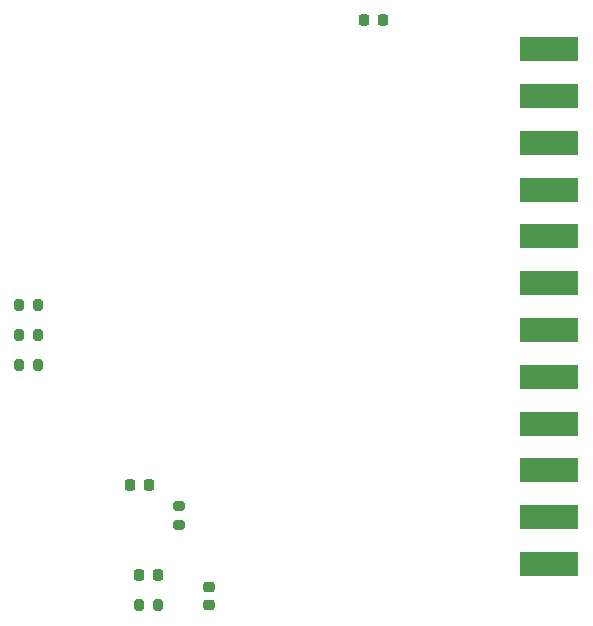
<source format=gbr>
%TF.GenerationSoftware,KiCad,Pcbnew,(6.0.0)*%
%TF.CreationDate,2022-01-24T18:05:25-05:00*%
%TF.ProjectId,gpib breakout,67706962-2062-4726-9561-6b6f75742e6b,rev?*%
%TF.SameCoordinates,Original*%
%TF.FileFunction,Paste,Top*%
%TF.FilePolarity,Positive*%
%FSLAX46Y46*%
G04 Gerber Fmt 4.6, Leading zero omitted, Abs format (unit mm)*
G04 Created by KiCad (PCBNEW (6.0.0)) date 2022-01-24 18:05:25*
%MOMM*%
%LPD*%
G01*
G04 APERTURE LIST*
G04 Aperture macros list*
%AMRoundRect*
0 Rectangle with rounded corners*
0 $1 Rounding radius*
0 $2 $3 $4 $5 $6 $7 $8 $9 X,Y pos of 4 corners*
0 Add a 4 corners polygon primitive as box body*
4,1,4,$2,$3,$4,$5,$6,$7,$8,$9,$2,$3,0*
0 Add four circle primitives for the rounded corners*
1,1,$1+$1,$2,$3*
1,1,$1+$1,$4,$5*
1,1,$1+$1,$6,$7*
1,1,$1+$1,$8,$9*
0 Add four rect primitives between the rounded corners*
20,1,$1+$1,$2,$3,$4,$5,0*
20,1,$1+$1,$4,$5,$6,$7,0*
20,1,$1+$1,$6,$7,$8,$9,0*
20,1,$1+$1,$8,$9,$2,$3,0*%
G04 Aperture macros list end*
%ADD10RoundRect,0.225000X-0.225000X-0.250000X0.225000X-0.250000X0.225000X0.250000X-0.225000X0.250000X0*%
%ADD11RoundRect,0.200000X-0.275000X0.200000X-0.275000X-0.200000X0.275000X-0.200000X0.275000X0.200000X0*%
%ADD12RoundRect,0.200000X-0.200000X-0.275000X0.200000X-0.275000X0.200000X0.275000X-0.200000X0.275000X0*%
%ADD13RoundRect,0.200000X0.200000X0.275000X-0.200000X0.275000X-0.200000X-0.275000X0.200000X-0.275000X0*%
%ADD14R,5.000000X2.000000*%
%ADD15RoundRect,0.225000X0.250000X-0.225000X0.250000X0.225000X-0.250000X0.225000X-0.250000X-0.225000X0*%
%ADD16RoundRect,0.225000X0.225000X0.250000X-0.225000X0.250000X-0.225000X-0.250000X0.225000X-0.250000X0*%
G04 APERTURE END LIST*
D10*
%TO.C,C1*%
X222745000Y-71120000D03*
X224295000Y-71120000D03*
%TD*%
D11*
%TO.C,R4*%
X207010000Y-112205000D03*
X207010000Y-113855000D03*
%TD*%
D12*
%TO.C,R3*%
X193485000Y-95250000D03*
X195135000Y-95250000D03*
%TD*%
D13*
%TO.C,R5*%
X205295000Y-120650000D03*
X203645000Y-120650000D03*
%TD*%
D14*
%TO.C,J1*%
X238390500Y-73575000D03*
X238400500Y-77525000D03*
X238400500Y-81485000D03*
X238410500Y-85445000D03*
X238400500Y-89405000D03*
X238400500Y-93365000D03*
X238410500Y-97325000D03*
X238400500Y-101285000D03*
X238400500Y-105245000D03*
X238400500Y-109205000D03*
X238400500Y-113165000D03*
X238400500Y-117125000D03*
%TD*%
D15*
%TO.C,C2*%
X209550000Y-120650000D03*
X209550000Y-119100000D03*
%TD*%
D16*
%TO.C,D1*%
X204470000Y-110490000D03*
X202920000Y-110490000D03*
%TD*%
%TO.C,D2*%
X205245000Y-118110000D03*
X203695000Y-118110000D03*
%TD*%
D12*
%TO.C,R2*%
X193485000Y-97790000D03*
X195135000Y-97790000D03*
%TD*%
%TO.C,R1*%
X193485000Y-100330000D03*
X195135000Y-100330000D03*
%TD*%
M02*

</source>
